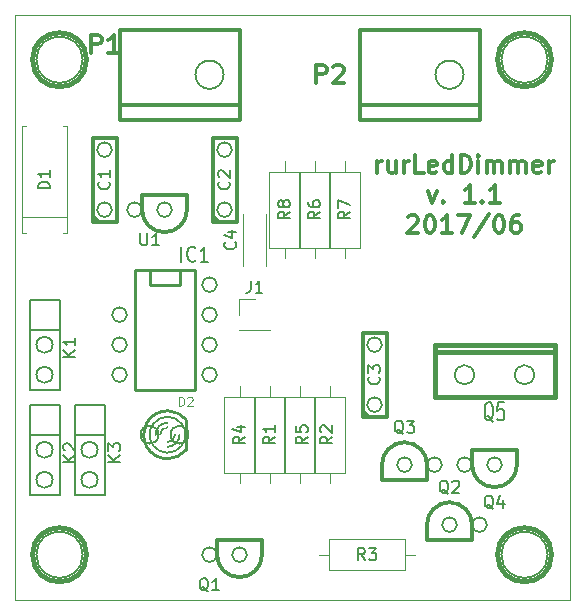
<source format=gto>
G04 #@! TF.FileFunction,Legend,Top*
%FSLAX46Y46*%
G04 Gerber Fmt 4.6, Leading zero omitted, Abs format (unit mm)*
G04 Created by KiCad (PCBNEW 4.0.6) date 06/04/17 20:23:42*
%MOMM*%
%LPD*%
G01*
G04 APERTURE LIST*
%ADD10C,0.150000*%
%ADD11C,0.300000*%
%ADD12C,0.100000*%
%ADD13C,0.152400*%
%ADD14C,0.254000*%
%ADD15C,0.304800*%
%ADD16C,0.381000*%
%ADD17C,0.120000*%
%ADD18C,0.088900*%
%ADD19C,0.203200*%
G04 APERTURE END LIST*
D10*
D11*
X44677144Y-37498571D02*
X44677144Y-36498571D01*
X44677144Y-36784286D02*
X44748572Y-36641429D01*
X44820001Y-36570000D01*
X44962858Y-36498571D01*
X45105715Y-36498571D01*
X46248572Y-36498571D02*
X46248572Y-37498571D01*
X45605715Y-36498571D02*
X45605715Y-37284286D01*
X45677143Y-37427143D01*
X45820001Y-37498571D01*
X46034286Y-37498571D01*
X46177143Y-37427143D01*
X46248572Y-37355714D01*
X46962858Y-37498571D02*
X46962858Y-36498571D01*
X46962858Y-36784286D02*
X47034286Y-36641429D01*
X47105715Y-36570000D01*
X47248572Y-36498571D01*
X47391429Y-36498571D01*
X48605715Y-37498571D02*
X47891429Y-37498571D01*
X47891429Y-35998571D01*
X49677143Y-37427143D02*
X49534286Y-37498571D01*
X49248572Y-37498571D01*
X49105715Y-37427143D01*
X49034286Y-37284286D01*
X49034286Y-36712857D01*
X49105715Y-36570000D01*
X49248572Y-36498571D01*
X49534286Y-36498571D01*
X49677143Y-36570000D01*
X49748572Y-36712857D01*
X49748572Y-36855714D01*
X49034286Y-36998571D01*
X51034286Y-37498571D02*
X51034286Y-35998571D01*
X51034286Y-37427143D02*
X50891429Y-37498571D01*
X50605715Y-37498571D01*
X50462857Y-37427143D01*
X50391429Y-37355714D01*
X50320000Y-37212857D01*
X50320000Y-36784286D01*
X50391429Y-36641429D01*
X50462857Y-36570000D01*
X50605715Y-36498571D01*
X50891429Y-36498571D01*
X51034286Y-36570000D01*
X51748572Y-37498571D02*
X51748572Y-35998571D01*
X52105715Y-35998571D01*
X52320000Y-36070000D01*
X52462858Y-36212857D01*
X52534286Y-36355714D01*
X52605715Y-36641429D01*
X52605715Y-36855714D01*
X52534286Y-37141429D01*
X52462858Y-37284286D01*
X52320000Y-37427143D01*
X52105715Y-37498571D01*
X51748572Y-37498571D01*
X53248572Y-37498571D02*
X53248572Y-36498571D01*
X53248572Y-35998571D02*
X53177143Y-36070000D01*
X53248572Y-36141429D01*
X53320000Y-36070000D01*
X53248572Y-35998571D01*
X53248572Y-36141429D01*
X53962858Y-37498571D02*
X53962858Y-36498571D01*
X53962858Y-36641429D02*
X54034286Y-36570000D01*
X54177144Y-36498571D01*
X54391429Y-36498571D01*
X54534286Y-36570000D01*
X54605715Y-36712857D01*
X54605715Y-37498571D01*
X54605715Y-36712857D02*
X54677144Y-36570000D01*
X54820001Y-36498571D01*
X55034286Y-36498571D01*
X55177144Y-36570000D01*
X55248572Y-36712857D01*
X55248572Y-37498571D01*
X55962858Y-37498571D02*
X55962858Y-36498571D01*
X55962858Y-36641429D02*
X56034286Y-36570000D01*
X56177144Y-36498571D01*
X56391429Y-36498571D01*
X56534286Y-36570000D01*
X56605715Y-36712857D01*
X56605715Y-37498571D01*
X56605715Y-36712857D02*
X56677144Y-36570000D01*
X56820001Y-36498571D01*
X57034286Y-36498571D01*
X57177144Y-36570000D01*
X57248572Y-36712857D01*
X57248572Y-37498571D01*
X58534286Y-37427143D02*
X58391429Y-37498571D01*
X58105715Y-37498571D01*
X57962858Y-37427143D01*
X57891429Y-37284286D01*
X57891429Y-36712857D01*
X57962858Y-36570000D01*
X58105715Y-36498571D01*
X58391429Y-36498571D01*
X58534286Y-36570000D01*
X58605715Y-36712857D01*
X58605715Y-36855714D01*
X57891429Y-36998571D01*
X59248572Y-37498571D02*
X59248572Y-36498571D01*
X59248572Y-36784286D02*
X59320000Y-36641429D01*
X59391429Y-36570000D01*
X59534286Y-36498571D01*
X59677143Y-36498571D01*
X48998572Y-39048571D02*
X49355715Y-40048571D01*
X49712857Y-39048571D01*
X50284286Y-39905714D02*
X50355714Y-39977143D01*
X50284286Y-40048571D01*
X50212857Y-39977143D01*
X50284286Y-39905714D01*
X50284286Y-40048571D01*
X52927143Y-40048571D02*
X52070000Y-40048571D01*
X52498572Y-40048571D02*
X52498572Y-38548571D01*
X52355715Y-38762857D01*
X52212857Y-38905714D01*
X52070000Y-38977143D01*
X53570000Y-39905714D02*
X53641428Y-39977143D01*
X53570000Y-40048571D01*
X53498571Y-39977143D01*
X53570000Y-39905714D01*
X53570000Y-40048571D01*
X55070000Y-40048571D02*
X54212857Y-40048571D01*
X54641429Y-40048571D02*
X54641429Y-38548571D01*
X54498572Y-38762857D01*
X54355714Y-38905714D01*
X54212857Y-38977143D01*
X47284287Y-41241429D02*
X47355716Y-41170000D01*
X47498573Y-41098571D01*
X47855716Y-41098571D01*
X47998573Y-41170000D01*
X48070002Y-41241429D01*
X48141430Y-41384286D01*
X48141430Y-41527143D01*
X48070002Y-41741429D01*
X47212859Y-42598571D01*
X48141430Y-42598571D01*
X49070001Y-41098571D02*
X49212858Y-41098571D01*
X49355715Y-41170000D01*
X49427144Y-41241429D01*
X49498573Y-41384286D01*
X49570001Y-41670000D01*
X49570001Y-42027143D01*
X49498573Y-42312857D01*
X49427144Y-42455714D01*
X49355715Y-42527143D01*
X49212858Y-42598571D01*
X49070001Y-42598571D01*
X48927144Y-42527143D01*
X48855715Y-42455714D01*
X48784287Y-42312857D01*
X48712858Y-42027143D01*
X48712858Y-41670000D01*
X48784287Y-41384286D01*
X48855715Y-41241429D01*
X48927144Y-41170000D01*
X49070001Y-41098571D01*
X50998572Y-42598571D02*
X50141429Y-42598571D01*
X50570001Y-42598571D02*
X50570001Y-41098571D01*
X50427144Y-41312857D01*
X50284286Y-41455714D01*
X50141429Y-41527143D01*
X51498572Y-41098571D02*
X52498572Y-41098571D01*
X51855715Y-42598571D01*
X54141428Y-41027143D02*
X52855714Y-42955714D01*
X54927143Y-41098571D02*
X55070000Y-41098571D01*
X55212857Y-41170000D01*
X55284286Y-41241429D01*
X55355715Y-41384286D01*
X55427143Y-41670000D01*
X55427143Y-42027143D01*
X55355715Y-42312857D01*
X55284286Y-42455714D01*
X55212857Y-42527143D01*
X55070000Y-42598571D01*
X54927143Y-42598571D01*
X54784286Y-42527143D01*
X54712857Y-42455714D01*
X54641429Y-42312857D01*
X54570000Y-42027143D01*
X54570000Y-41670000D01*
X54641429Y-41384286D01*
X54712857Y-41241429D01*
X54784286Y-41170000D01*
X54927143Y-41098571D01*
X56712857Y-41098571D02*
X56427143Y-41098571D01*
X56284286Y-41170000D01*
X56212857Y-41241429D01*
X56070000Y-41455714D01*
X55998571Y-41741429D01*
X55998571Y-42312857D01*
X56070000Y-42455714D01*
X56141428Y-42527143D01*
X56284286Y-42598571D01*
X56570000Y-42598571D01*
X56712857Y-42527143D01*
X56784286Y-42455714D01*
X56855714Y-42312857D01*
X56855714Y-41955714D01*
X56784286Y-41812857D01*
X56712857Y-41741429D01*
X56570000Y-41670000D01*
X56284286Y-41670000D01*
X56141428Y-41741429D01*
X56070000Y-41812857D01*
X55998571Y-41955714D01*
D12*
X60960000Y-24130000D02*
X60960000Y-73660000D01*
X13970000Y-24130000D02*
X13970000Y-73660000D01*
X60960000Y-73660000D02*
X13970000Y-73660000D01*
X13970000Y-24130000D02*
X60960000Y-24130000D01*
D13*
X15240000Y-48260000D02*
X17780000Y-48260000D01*
X17780000Y-48260000D02*
X17780000Y-55880000D01*
X17780000Y-55880000D02*
X15240000Y-55880000D01*
X15240000Y-55880000D02*
X15240000Y-48260000D01*
X17780000Y-50800000D02*
X15240000Y-50800000D01*
D14*
X28498800Y-60960000D02*
X28498800Y-58420000D01*
D13*
X25753136Y-58714473D02*
G75*
G03X25400000Y-59690000I1170864J-975527D01*
G01*
X25401889Y-59690469D02*
G75*
G03X25786080Y-60700920I1522111J469D01*
G01*
X28446147Y-59689966D02*
G75*
G03X28079700Y-58699400I-1522147J-34D01*
G01*
X28094864Y-60665527D02*
G75*
G03X28448000Y-59690000I-1170864J975527D01*
G01*
X28163166Y-58802845D02*
G75*
G03X26924000Y-58166000I-1239166J-887155D01*
G01*
X26923199Y-58166000D02*
G75*
G03X25704800Y-58775600I801J-1524000D01*
G01*
X26924442Y-61212206D02*
G75*
G03X28125420Y-60624720I-442J1522206D01*
G01*
X25721436Y-60626171D02*
G75*
G03X26924000Y-61214000I1202564J936171D01*
G01*
X26924000Y-59055000D02*
G75*
G03X26289000Y-59690000I0J-635000D01*
G01*
X26924000Y-58674000D02*
G75*
G03X25908000Y-59690000I0J-1016000D01*
G01*
X26924000Y-60325000D02*
G75*
G03X27559000Y-59690000I0J635000D01*
G01*
X26924000Y-60706000D02*
G75*
G03X27940000Y-59690000I0J1016000D01*
G01*
D14*
X28482880Y-58386574D02*
G75*
G03X26924000Y-57658000I-1558880J-1303426D01*
G01*
X26923025Y-57660540D02*
G75*
G03X25133300Y-58734960I975J-2029460D01*
G01*
X26926552Y-61719386D02*
G75*
G03X28473400Y-61000640I-2552J2029386D01*
G01*
X25160701Y-60699851D02*
G75*
G03X26924000Y-61722000I1763299J1009851D01*
G01*
X25134870Y-58726653D02*
G75*
G03X24892000Y-59690000I1789130J-963347D01*
G01*
X24893077Y-59690100D02*
G75*
G03X25194260Y-60754260I2030923J100D01*
G01*
D15*
X30734000Y-41656000D02*
X30734000Y-34544000D01*
X30734000Y-34544000D02*
X32766000Y-34544000D01*
X32766000Y-34544000D02*
X32766000Y-41656000D01*
X32766000Y-41656000D02*
X30734000Y-41656000D01*
X31242000Y-41656000D02*
X30734000Y-41148000D01*
X20574000Y-41656000D02*
X20574000Y-34544000D01*
X20574000Y-34544000D02*
X22606000Y-34544000D01*
X22606000Y-34544000D02*
X22606000Y-41656000D01*
X22606000Y-41656000D02*
X20574000Y-41656000D01*
X21082000Y-41656000D02*
X20574000Y-41148000D01*
X33020000Y-31750000D02*
X22860000Y-31750000D01*
X33020000Y-33020000D02*
X33020000Y-25400000D01*
X33020000Y-25400000D02*
X22860000Y-25400000D01*
X22860000Y-25400000D02*
X22860000Y-33020000D01*
X22860000Y-33020000D02*
X33020000Y-33020000D01*
X53340000Y-31750000D02*
X43180000Y-31750000D01*
X53340000Y-33020000D02*
X53340000Y-25400000D01*
X53340000Y-25400000D02*
X43180000Y-25400000D01*
X43180000Y-25400000D02*
X43180000Y-33020000D01*
X43180000Y-33020000D02*
X53340000Y-33020000D01*
D14*
X27940000Y-45720000D02*
X27940000Y-46990000D01*
X27940000Y-46990000D02*
X25400000Y-46990000D01*
X25400000Y-46990000D02*
X25400000Y-45720000D01*
X29210000Y-45720000D02*
X29210000Y-55880000D01*
X29210000Y-55880000D02*
X24130000Y-55880000D01*
X24130000Y-55880000D02*
X24130000Y-45720000D01*
X24130000Y-45720000D02*
X29210000Y-45720000D01*
D15*
X31115000Y-68580000D02*
X31115000Y-69850000D01*
X34925000Y-68580000D02*
X34925000Y-69850000D01*
X31115000Y-69850000D02*
G75*
G03X33020000Y-71755000I1905000J0D01*
G01*
X33020000Y-71755000D02*
G75*
G03X34925000Y-69850000I0J1905000D01*
G01*
X31115000Y-68580000D02*
X34925000Y-68580000D01*
X52705000Y-68580000D02*
X52705000Y-67310000D01*
X48895000Y-68580000D02*
X48895000Y-67310000D01*
X52705000Y-67310000D02*
G75*
G03X50800000Y-65405000I-1905000J0D01*
G01*
X50800000Y-65405000D02*
G75*
G03X48895000Y-67310000I0J-1905000D01*
G01*
X52705000Y-68580000D02*
X48895000Y-68580000D01*
X48895000Y-63500000D02*
X48895000Y-62230000D01*
X45085000Y-63500000D02*
X45085000Y-62230000D01*
X48895000Y-62230000D02*
G75*
G03X46990000Y-60325000I-1905000J0D01*
G01*
X46990000Y-60325000D02*
G75*
G03X45085000Y-62230000I0J-1905000D01*
G01*
X48895000Y-63500000D02*
X45085000Y-63500000D01*
X52705000Y-60960000D02*
X52705000Y-62230000D01*
X56515000Y-60960000D02*
X56515000Y-62230000D01*
X52705000Y-62230000D02*
G75*
G03X54610000Y-64135000I1905000J0D01*
G01*
X54610000Y-64135000D02*
G75*
G03X56515000Y-62230000I0J1905000D01*
G01*
X52705000Y-60960000D02*
X56515000Y-60960000D01*
X24765000Y-39370000D02*
X24765000Y-40640000D01*
X28575000Y-39370000D02*
X28575000Y-40640000D01*
X24765000Y-40640000D02*
G75*
G03X26670000Y-42545000I1905000J0D01*
G01*
X26670000Y-42545000D02*
G75*
G03X28575000Y-40640000I0J1905000D01*
G01*
X24765000Y-39370000D02*
X28575000Y-39370000D01*
D16*
X49530000Y-52705000D02*
X49530000Y-52070000D01*
X49530000Y-52070000D02*
X59690000Y-52070000D01*
X59690000Y-52070000D02*
X59690000Y-52705000D01*
X49530000Y-56515000D02*
X49530000Y-52705000D01*
X49530000Y-52705000D02*
X59690000Y-52705000D01*
X59690000Y-52705000D02*
X59690000Y-56515000D01*
X59690000Y-56515000D02*
X49530000Y-56515000D01*
X20066000Y-69850000D02*
G75*
G03X20066000Y-69850000I-2286000J0D01*
G01*
X59436000Y-69850000D02*
G75*
G03X59436000Y-69850000I-2286000J0D01*
G01*
X59436000Y-27940000D02*
G75*
G03X59436000Y-27940000I-2286000J0D01*
G01*
X20066000Y-27940000D02*
G75*
G03X20066000Y-27940000I-2286000J0D01*
G01*
D15*
X43434000Y-58166000D02*
X43434000Y-51054000D01*
X43434000Y-51054000D02*
X45466000Y-51054000D01*
X45466000Y-51054000D02*
X45466000Y-58166000D01*
X45466000Y-58166000D02*
X43434000Y-58166000D01*
X43942000Y-58166000D02*
X43434000Y-57658000D01*
D13*
X15240000Y-57150000D02*
X17780000Y-57150000D01*
X17780000Y-57150000D02*
X17780000Y-64770000D01*
X17780000Y-64770000D02*
X15240000Y-64770000D01*
X15240000Y-64770000D02*
X15240000Y-57150000D01*
X17780000Y-59690000D02*
X15240000Y-59690000D01*
X19050000Y-57150000D02*
X21590000Y-57150000D01*
X21590000Y-57150000D02*
X21590000Y-64770000D01*
X21590000Y-64770000D02*
X19050000Y-64770000D01*
X19050000Y-64770000D02*
X19050000Y-57150000D01*
X21590000Y-59690000D02*
X19050000Y-59690000D01*
D17*
X33280000Y-45430000D02*
X33280000Y-41010000D01*
X35300000Y-45430000D02*
X35300000Y-41010000D01*
X33280000Y-45430000D02*
X33294000Y-45430000D01*
X35286000Y-45430000D02*
X35300000Y-45430000D01*
X33280000Y-41010000D02*
X33294000Y-41010000D01*
X35286000Y-41010000D02*
X35300000Y-41010000D01*
X32960000Y-50800000D02*
X32960000Y-50860000D01*
X32960000Y-50860000D02*
X35620000Y-50860000D01*
X35620000Y-50860000D02*
X35620000Y-50800000D01*
X35620000Y-50800000D02*
X32960000Y-50800000D01*
X32960000Y-49530000D02*
X32960000Y-48200000D01*
X32960000Y-48200000D02*
X34290000Y-48200000D01*
X35520000Y-43850000D02*
X38140000Y-43850000D01*
X38140000Y-43850000D02*
X38140000Y-37430000D01*
X38140000Y-37430000D02*
X35520000Y-37430000D01*
X35520000Y-37430000D02*
X35520000Y-43850000D01*
X36830000Y-44740000D02*
X36830000Y-43850000D01*
X36830000Y-36540000D02*
X36830000Y-37430000D01*
X14930000Y-42610000D02*
X14600000Y-42610000D01*
X14600000Y-42610000D02*
X14600000Y-33590000D01*
X14600000Y-33590000D02*
X14930000Y-33590000D01*
X18090000Y-42610000D02*
X18420000Y-42610000D01*
X18420000Y-42610000D02*
X18420000Y-33590000D01*
X18420000Y-33590000D02*
X18090000Y-33590000D01*
X14600000Y-41215000D02*
X18420000Y-41215000D01*
X38060000Y-43850000D02*
X40680000Y-43850000D01*
X40680000Y-43850000D02*
X40680000Y-37430000D01*
X40680000Y-37430000D02*
X38060000Y-37430000D01*
X38060000Y-37430000D02*
X38060000Y-43850000D01*
X39370000Y-44740000D02*
X39370000Y-43850000D01*
X39370000Y-36540000D02*
X39370000Y-37430000D01*
X43220000Y-37430000D02*
X40600000Y-37430000D01*
X40600000Y-37430000D02*
X40600000Y-43850000D01*
X40600000Y-43850000D02*
X43220000Y-43850000D01*
X43220000Y-43850000D02*
X43220000Y-37430000D01*
X41910000Y-36540000D02*
X41910000Y-37430000D01*
X41910000Y-44740000D02*
X41910000Y-43850000D01*
X34330000Y-56480000D02*
X31710000Y-56480000D01*
X31710000Y-56480000D02*
X31710000Y-62900000D01*
X31710000Y-62900000D02*
X34330000Y-62900000D01*
X34330000Y-62900000D02*
X34330000Y-56480000D01*
X33020000Y-55590000D02*
X33020000Y-56480000D01*
X33020000Y-63790000D02*
X33020000Y-62900000D01*
X40605000Y-68540000D02*
X40605000Y-71160000D01*
X40605000Y-71160000D02*
X47025000Y-71160000D01*
X47025000Y-71160000D02*
X47025000Y-68540000D01*
X47025000Y-68540000D02*
X40605000Y-68540000D01*
X39715000Y-69850000D02*
X40605000Y-69850000D01*
X47915000Y-69850000D02*
X47025000Y-69850000D01*
X36870000Y-56480000D02*
X34250000Y-56480000D01*
X34250000Y-56480000D02*
X34250000Y-62900000D01*
X34250000Y-62900000D02*
X36870000Y-62900000D01*
X36870000Y-62900000D02*
X36870000Y-56480000D01*
X35560000Y-55590000D02*
X35560000Y-56480000D01*
X35560000Y-63790000D02*
X35560000Y-62900000D01*
X39410000Y-56480000D02*
X36790000Y-56480000D01*
X36790000Y-56480000D02*
X36790000Y-62900000D01*
X36790000Y-62900000D02*
X39410000Y-62900000D01*
X39410000Y-62900000D02*
X39410000Y-56480000D01*
X38100000Y-55590000D02*
X38100000Y-56480000D01*
X38100000Y-63790000D02*
X38100000Y-62900000D01*
X39330000Y-62900000D02*
X41950000Y-62900000D01*
X41950000Y-62900000D02*
X41950000Y-56480000D01*
X41950000Y-56480000D02*
X39330000Y-56480000D01*
X39330000Y-56480000D02*
X39330000Y-62900000D01*
X40640000Y-63790000D02*
X40640000Y-62900000D01*
X40640000Y-55590000D02*
X40640000Y-56480000D01*
D10*
X17197000Y-52070000D02*
G75*
G03X17197000Y-52070000I-687000J0D01*
G01*
X17197000Y-54610000D02*
G75*
G03X17197000Y-54610000I-687000J0D01*
G01*
X26163200Y-59690000D02*
G75*
G03X26163200Y-59690000I-763200J0D01*
G01*
X28703200Y-59690000D02*
G75*
G03X28703200Y-59690000I-763200J0D01*
G01*
X32373500Y-40640000D02*
G75*
G03X32373500Y-40640000I-623500J0D01*
G01*
X32373500Y-35560000D02*
G75*
G03X32373500Y-35560000I-623500J0D01*
G01*
X22213500Y-40640000D02*
G75*
G03X22213500Y-40640000I-623500J0D01*
G01*
X22213500Y-35560000D02*
G75*
G03X22213500Y-35560000I-623500J0D01*
G01*
X31675000Y-29210000D02*
G75*
G03X31675000Y-29210000I-1195000J0D01*
G01*
X51995000Y-29210000D02*
G75*
G03X51995000Y-29210000I-1195000J0D01*
G01*
X23483500Y-49530000D02*
G75*
G03X23483500Y-49530000I-623500J0D01*
G01*
X23483500Y-52070000D02*
G75*
G03X23483500Y-52070000I-623500J0D01*
G01*
X23483500Y-54610000D02*
G75*
G03X23483500Y-54610000I-623500J0D01*
G01*
X31103500Y-54610000D02*
G75*
G03X31103500Y-54610000I-623500J0D01*
G01*
X31103500Y-52070000D02*
G75*
G03X31103500Y-52070000I-623500J0D01*
G01*
X31103500Y-49530000D02*
G75*
G03X31103500Y-49530000I-623500J0D01*
G01*
X31103500Y-46990000D02*
G75*
G03X31103500Y-46990000I-623500J0D01*
G01*
X33643500Y-69850000D02*
G75*
G03X33643500Y-69850000I-623500J0D01*
G01*
X31103500Y-69850000D02*
G75*
G03X31103500Y-69850000I-623500J0D01*
G01*
X51423500Y-67310000D02*
G75*
G03X51423500Y-67310000I-623500J0D01*
G01*
X53963500Y-67310000D02*
G75*
G03X53963500Y-67310000I-623500J0D01*
G01*
X47613500Y-62230000D02*
G75*
G03X47613500Y-62230000I-623500J0D01*
G01*
X50153500Y-62230000D02*
G75*
G03X50153500Y-62230000I-623500J0D01*
G01*
X55233500Y-62230000D02*
G75*
G03X55233500Y-62230000I-623500J0D01*
G01*
X52693500Y-62230000D02*
G75*
G03X52693500Y-62230000I-623500J0D01*
G01*
X27293500Y-40640000D02*
G75*
G03X27293500Y-40640000I-623500J0D01*
G01*
X24753500Y-40640000D02*
G75*
G03X24753500Y-40640000I-623500J0D01*
G01*
X52884000Y-54610000D02*
G75*
G03X52884000Y-54610000I-814000J0D01*
G01*
X57964000Y-54610000D02*
G75*
G03X57964000Y-54610000I-814000J0D01*
G01*
X19737000Y-69850000D02*
G75*
G03X19737000Y-69850000I-1957000J0D01*
G01*
X59107000Y-69850000D02*
G75*
G03X59107000Y-69850000I-1957000J0D01*
G01*
X59107000Y-27940000D02*
G75*
G03X59107000Y-27940000I-1957000J0D01*
G01*
X19737000Y-27940000D02*
G75*
G03X19737000Y-27940000I-1957000J0D01*
G01*
X45073500Y-57150000D02*
G75*
G03X45073500Y-57150000I-623500J0D01*
G01*
X45073500Y-52070000D02*
G75*
G03X45073500Y-52070000I-623500J0D01*
G01*
X17197000Y-60960000D02*
G75*
G03X17197000Y-60960000I-687000J0D01*
G01*
X17197000Y-63500000D02*
G75*
G03X17197000Y-63500000I-687000J0D01*
G01*
X21007000Y-60960000D02*
G75*
G03X21007000Y-60960000I-687000J0D01*
G01*
X21007000Y-63500000D02*
G75*
G03X21007000Y-63500000I-687000J0D01*
G01*
D13*
X19128619Y-53073904D02*
X18112619Y-53073904D01*
X19128619Y-52493333D02*
X18548048Y-52928761D01*
X18112619Y-52493333D02*
X18693190Y-53073904D01*
X19128619Y-51525714D02*
X19128619Y-52106285D01*
X19128619Y-51815999D02*
X18112619Y-51815999D01*
X18257762Y-51912761D01*
X18354524Y-52009523D01*
X18402905Y-52106285D01*
D18*
X27885572Y-57240714D02*
X27885572Y-56478714D01*
X28067000Y-56478714D01*
X28175857Y-56515000D01*
X28248429Y-56587571D01*
X28284714Y-56660143D01*
X28321000Y-56805286D01*
X28321000Y-56914143D01*
X28284714Y-57059286D01*
X28248429Y-57131857D01*
X28175857Y-57204429D01*
X28067000Y-57240714D01*
X27885572Y-57240714D01*
X28611286Y-56551286D02*
X28647572Y-56515000D01*
X28720143Y-56478714D01*
X28901572Y-56478714D01*
X28974143Y-56515000D01*
X29010429Y-56551286D01*
X29046714Y-56623857D01*
X29046714Y-56696429D01*
X29010429Y-56805286D01*
X28575000Y-57240714D01*
X29046714Y-57240714D01*
D19*
X32112857Y-38269333D02*
X32161238Y-38317714D01*
X32209619Y-38462857D01*
X32209619Y-38559619D01*
X32161238Y-38704761D01*
X32064476Y-38801523D01*
X31967714Y-38849904D01*
X31774190Y-38898285D01*
X31629048Y-38898285D01*
X31435524Y-38849904D01*
X31338762Y-38801523D01*
X31242000Y-38704761D01*
X31193619Y-38559619D01*
X31193619Y-38462857D01*
X31242000Y-38317714D01*
X31290381Y-38269333D01*
X31290381Y-37882285D02*
X31242000Y-37833904D01*
X31193619Y-37737142D01*
X31193619Y-37495238D01*
X31242000Y-37398476D01*
X31290381Y-37350095D01*
X31387143Y-37301714D01*
X31483905Y-37301714D01*
X31629048Y-37350095D01*
X32209619Y-37930666D01*
X32209619Y-37301714D01*
X21952857Y-38269333D02*
X22001238Y-38317714D01*
X22049619Y-38462857D01*
X22049619Y-38559619D01*
X22001238Y-38704761D01*
X21904476Y-38801523D01*
X21807714Y-38849904D01*
X21614190Y-38898285D01*
X21469048Y-38898285D01*
X21275524Y-38849904D01*
X21178762Y-38801523D01*
X21082000Y-38704761D01*
X21033619Y-38559619D01*
X21033619Y-38462857D01*
X21082000Y-38317714D01*
X21130381Y-38269333D01*
X22049619Y-37301714D02*
X22049619Y-37882285D01*
X22049619Y-37591999D02*
X21033619Y-37591999D01*
X21178762Y-37688761D01*
X21275524Y-37785523D01*
X21323905Y-37882285D01*
D15*
X20465143Y-27359429D02*
X20465143Y-25835429D01*
X21045715Y-25835429D01*
X21190857Y-25908000D01*
X21263429Y-25980571D01*
X21336000Y-26125714D01*
X21336000Y-26343429D01*
X21263429Y-26488571D01*
X21190857Y-26561143D01*
X21045715Y-26633714D01*
X20465143Y-26633714D01*
X22787429Y-27359429D02*
X21916572Y-27359429D01*
X22352000Y-27359429D02*
X22352000Y-25835429D01*
X22206857Y-26053143D01*
X22061715Y-26198286D01*
X21916572Y-26270857D01*
X39515143Y-29899429D02*
X39515143Y-28375429D01*
X40095715Y-28375429D01*
X40240857Y-28448000D01*
X40313429Y-28520571D01*
X40386000Y-28665714D01*
X40386000Y-28883429D01*
X40313429Y-29028571D01*
X40240857Y-29101143D01*
X40095715Y-29173714D01*
X39515143Y-29173714D01*
X40966572Y-28520571D02*
X41039143Y-28448000D01*
X41184286Y-28375429D01*
X41547143Y-28375429D01*
X41692286Y-28448000D01*
X41764857Y-28520571D01*
X41837429Y-28665714D01*
X41837429Y-28810857D01*
X41764857Y-29028571D01*
X40894000Y-29899429D01*
X41837429Y-29899429D01*
D19*
X28094215Y-45024524D02*
X28094215Y-43754524D01*
X29291644Y-44903571D02*
X29237215Y-44964048D01*
X29073929Y-45024524D01*
X28965072Y-45024524D01*
X28801787Y-44964048D01*
X28692929Y-44843095D01*
X28638501Y-44722143D01*
X28584072Y-44480238D01*
X28584072Y-44298810D01*
X28638501Y-44056905D01*
X28692929Y-43935952D01*
X28801787Y-43815000D01*
X28965072Y-43754524D01*
X29073929Y-43754524D01*
X29237215Y-43815000D01*
X29291644Y-43875476D01*
X30380215Y-45024524D02*
X29727072Y-45024524D01*
X30053644Y-45024524D02*
X30053644Y-43754524D01*
X29944787Y-43935952D01*
X29835929Y-44056905D01*
X29727072Y-44117381D01*
X30383238Y-72946381D02*
X30286476Y-72898000D01*
X30189714Y-72801238D01*
X30044571Y-72656095D01*
X29947810Y-72607714D01*
X29851048Y-72607714D01*
X29899429Y-72849619D02*
X29802667Y-72801238D01*
X29705905Y-72704476D01*
X29657524Y-72510952D01*
X29657524Y-72172286D01*
X29705905Y-71978762D01*
X29802667Y-71882000D01*
X29899429Y-71833619D01*
X30092952Y-71833619D01*
X30189714Y-71882000D01*
X30286476Y-71978762D01*
X30334857Y-72172286D01*
X30334857Y-72510952D01*
X30286476Y-72704476D01*
X30189714Y-72801238D01*
X30092952Y-72849619D01*
X29899429Y-72849619D01*
X31302476Y-72849619D02*
X30721905Y-72849619D01*
X31012191Y-72849619D02*
X31012191Y-71833619D01*
X30915429Y-71978762D01*
X30818667Y-72075524D01*
X30721905Y-72123905D01*
X50703238Y-64691381D02*
X50606476Y-64643000D01*
X50509714Y-64546238D01*
X50364571Y-64401095D01*
X50267810Y-64352714D01*
X50171048Y-64352714D01*
X50219429Y-64594619D02*
X50122667Y-64546238D01*
X50025905Y-64449476D01*
X49977524Y-64255952D01*
X49977524Y-63917286D01*
X50025905Y-63723762D01*
X50122667Y-63627000D01*
X50219429Y-63578619D01*
X50412952Y-63578619D01*
X50509714Y-63627000D01*
X50606476Y-63723762D01*
X50654857Y-63917286D01*
X50654857Y-64255952D01*
X50606476Y-64449476D01*
X50509714Y-64546238D01*
X50412952Y-64594619D01*
X50219429Y-64594619D01*
X51041905Y-63675381D02*
X51090286Y-63627000D01*
X51187048Y-63578619D01*
X51428952Y-63578619D01*
X51525714Y-63627000D01*
X51574095Y-63675381D01*
X51622476Y-63772143D01*
X51622476Y-63868905D01*
X51574095Y-64014048D01*
X50993524Y-64594619D01*
X51622476Y-64594619D01*
X46893238Y-59611381D02*
X46796476Y-59563000D01*
X46699714Y-59466238D01*
X46554571Y-59321095D01*
X46457810Y-59272714D01*
X46361048Y-59272714D01*
X46409429Y-59514619D02*
X46312667Y-59466238D01*
X46215905Y-59369476D01*
X46167524Y-59175952D01*
X46167524Y-58837286D01*
X46215905Y-58643762D01*
X46312667Y-58547000D01*
X46409429Y-58498619D01*
X46602952Y-58498619D01*
X46699714Y-58547000D01*
X46796476Y-58643762D01*
X46844857Y-58837286D01*
X46844857Y-59175952D01*
X46796476Y-59369476D01*
X46699714Y-59466238D01*
X46602952Y-59514619D01*
X46409429Y-59514619D01*
X47183524Y-58498619D02*
X47812476Y-58498619D01*
X47473810Y-58885667D01*
X47618952Y-58885667D01*
X47715714Y-58934048D01*
X47764095Y-58982429D01*
X47812476Y-59079190D01*
X47812476Y-59321095D01*
X47764095Y-59417857D01*
X47715714Y-59466238D01*
X47618952Y-59514619D01*
X47328667Y-59514619D01*
X47231905Y-59466238D01*
X47183524Y-59417857D01*
X54513238Y-65961381D02*
X54416476Y-65913000D01*
X54319714Y-65816238D01*
X54174571Y-65671095D01*
X54077810Y-65622714D01*
X53981048Y-65622714D01*
X54029429Y-65864619D02*
X53932667Y-65816238D01*
X53835905Y-65719476D01*
X53787524Y-65525952D01*
X53787524Y-65187286D01*
X53835905Y-64993762D01*
X53932667Y-64897000D01*
X54029429Y-64848619D01*
X54222952Y-64848619D01*
X54319714Y-64897000D01*
X54416476Y-64993762D01*
X54464857Y-65187286D01*
X54464857Y-65525952D01*
X54416476Y-65719476D01*
X54319714Y-65816238D01*
X54222952Y-65864619D01*
X54029429Y-65864619D01*
X55335714Y-65187286D02*
X55335714Y-65864619D01*
X55093810Y-64800238D02*
X54851905Y-65525952D01*
X55480857Y-65525952D01*
X24625905Y-42623619D02*
X24625905Y-43446095D01*
X24674286Y-43542857D01*
X24722667Y-43591238D01*
X24819429Y-43639619D01*
X25012952Y-43639619D01*
X25109714Y-43591238D01*
X25158095Y-43542857D01*
X25206476Y-43446095D01*
X25206476Y-42623619D01*
X26222476Y-43639619D02*
X25641905Y-43639619D01*
X25932191Y-43639619D02*
X25932191Y-42623619D01*
X25835429Y-42768762D01*
X25738667Y-42865524D01*
X25641905Y-42913905D01*
X54513238Y-58619571D02*
X54416476Y-58547000D01*
X54319714Y-58401857D01*
X54174571Y-58184143D01*
X54077810Y-58111571D01*
X53981048Y-58111571D01*
X54029429Y-58474429D02*
X53932667Y-58401857D01*
X53835905Y-58256714D01*
X53787524Y-57966429D01*
X53787524Y-57458429D01*
X53835905Y-57168143D01*
X53932667Y-57023000D01*
X54029429Y-56950429D01*
X54222952Y-56950429D01*
X54319714Y-57023000D01*
X54416476Y-57168143D01*
X54464857Y-57458429D01*
X54464857Y-57966429D01*
X54416476Y-58256714D01*
X54319714Y-58401857D01*
X54222952Y-58474429D01*
X54029429Y-58474429D01*
X55384095Y-56950429D02*
X54900286Y-56950429D01*
X54851905Y-57676143D01*
X54900286Y-57603571D01*
X54997048Y-57531000D01*
X55238952Y-57531000D01*
X55335714Y-57603571D01*
X55384095Y-57676143D01*
X55432476Y-57821286D01*
X55432476Y-58184143D01*
X55384095Y-58329286D01*
X55335714Y-58401857D01*
X55238952Y-58474429D01*
X54997048Y-58474429D01*
X54900286Y-58401857D01*
X54851905Y-58329286D01*
X44812857Y-54779333D02*
X44861238Y-54827714D01*
X44909619Y-54972857D01*
X44909619Y-55069619D01*
X44861238Y-55214761D01*
X44764476Y-55311523D01*
X44667714Y-55359904D01*
X44474190Y-55408285D01*
X44329048Y-55408285D01*
X44135524Y-55359904D01*
X44038762Y-55311523D01*
X43942000Y-55214761D01*
X43893619Y-55069619D01*
X43893619Y-54972857D01*
X43942000Y-54827714D01*
X43990381Y-54779333D01*
X43893619Y-54440666D02*
X43893619Y-53811714D01*
X44280667Y-54150380D01*
X44280667Y-54005238D01*
X44329048Y-53908476D01*
X44377429Y-53860095D01*
X44474190Y-53811714D01*
X44716095Y-53811714D01*
X44812857Y-53860095D01*
X44861238Y-53908476D01*
X44909619Y-54005238D01*
X44909619Y-54295523D01*
X44861238Y-54392285D01*
X44812857Y-54440666D01*
D13*
X19128619Y-61963904D02*
X18112619Y-61963904D01*
X19128619Y-61383333D02*
X18548048Y-61818761D01*
X18112619Y-61383333D02*
X18693190Y-61963904D01*
X18209381Y-60996285D02*
X18161000Y-60947904D01*
X18112619Y-60851142D01*
X18112619Y-60609238D01*
X18161000Y-60512476D01*
X18209381Y-60464095D01*
X18306143Y-60415714D01*
X18402905Y-60415714D01*
X18548048Y-60464095D01*
X19128619Y-61044666D01*
X19128619Y-60415714D01*
X22938619Y-61963904D02*
X21922619Y-61963904D01*
X22938619Y-61383333D02*
X22358048Y-61818761D01*
X21922619Y-61383333D02*
X22503190Y-61963904D01*
X21922619Y-61044666D02*
X21922619Y-60415714D01*
X22309667Y-60754380D01*
X22309667Y-60609238D01*
X22358048Y-60512476D01*
X22406429Y-60464095D01*
X22503190Y-60415714D01*
X22745095Y-60415714D01*
X22841857Y-60464095D01*
X22890238Y-60512476D01*
X22938619Y-60609238D01*
X22938619Y-60899523D01*
X22890238Y-60996285D01*
X22841857Y-61044666D01*
D10*
X32637143Y-43386666D02*
X32684762Y-43434285D01*
X32732381Y-43577142D01*
X32732381Y-43672380D01*
X32684762Y-43815238D01*
X32589524Y-43910476D01*
X32494286Y-43958095D01*
X32303810Y-44005714D01*
X32160952Y-44005714D01*
X31970476Y-43958095D01*
X31875238Y-43910476D01*
X31780000Y-43815238D01*
X31732381Y-43672380D01*
X31732381Y-43577142D01*
X31780000Y-43434285D01*
X31827619Y-43386666D01*
X32065714Y-42529523D02*
X32732381Y-42529523D01*
X31684762Y-42767619D02*
X32399048Y-43005714D01*
X32399048Y-42386666D01*
X33956667Y-46652381D02*
X33956667Y-47366667D01*
X33909047Y-47509524D01*
X33813809Y-47604762D01*
X33670952Y-47652381D01*
X33575714Y-47652381D01*
X34956667Y-47652381D02*
X34385238Y-47652381D01*
X34670952Y-47652381D02*
X34670952Y-46652381D01*
X34575714Y-46795238D01*
X34480476Y-46890476D01*
X34385238Y-46938095D01*
X37282381Y-40806666D02*
X36806190Y-41140000D01*
X37282381Y-41378095D02*
X36282381Y-41378095D01*
X36282381Y-40997142D01*
X36330000Y-40901904D01*
X36377619Y-40854285D01*
X36472857Y-40806666D01*
X36615714Y-40806666D01*
X36710952Y-40854285D01*
X36758571Y-40901904D01*
X36806190Y-40997142D01*
X36806190Y-41378095D01*
X36710952Y-40235238D02*
X36663333Y-40330476D01*
X36615714Y-40378095D01*
X36520476Y-40425714D01*
X36472857Y-40425714D01*
X36377619Y-40378095D01*
X36330000Y-40330476D01*
X36282381Y-40235238D01*
X36282381Y-40044761D01*
X36330000Y-39949523D01*
X36377619Y-39901904D01*
X36472857Y-39854285D01*
X36520476Y-39854285D01*
X36615714Y-39901904D01*
X36663333Y-39949523D01*
X36710952Y-40044761D01*
X36710952Y-40235238D01*
X36758571Y-40330476D01*
X36806190Y-40378095D01*
X36901429Y-40425714D01*
X37091905Y-40425714D01*
X37187143Y-40378095D01*
X37234762Y-40330476D01*
X37282381Y-40235238D01*
X37282381Y-40044761D01*
X37234762Y-39949523D01*
X37187143Y-39901904D01*
X37091905Y-39854285D01*
X36901429Y-39854285D01*
X36806190Y-39901904D01*
X36758571Y-39949523D01*
X36710952Y-40044761D01*
X16962381Y-38838095D02*
X15962381Y-38838095D01*
X15962381Y-38600000D01*
X16010000Y-38457142D01*
X16105238Y-38361904D01*
X16200476Y-38314285D01*
X16390952Y-38266666D01*
X16533810Y-38266666D01*
X16724286Y-38314285D01*
X16819524Y-38361904D01*
X16914762Y-38457142D01*
X16962381Y-38600000D01*
X16962381Y-38838095D01*
X16962381Y-37314285D02*
X16962381Y-37885714D01*
X16962381Y-37600000D02*
X15962381Y-37600000D01*
X16105238Y-37695238D01*
X16200476Y-37790476D01*
X16248095Y-37885714D01*
X39822381Y-40806666D02*
X39346190Y-41140000D01*
X39822381Y-41378095D02*
X38822381Y-41378095D01*
X38822381Y-40997142D01*
X38870000Y-40901904D01*
X38917619Y-40854285D01*
X39012857Y-40806666D01*
X39155714Y-40806666D01*
X39250952Y-40854285D01*
X39298571Y-40901904D01*
X39346190Y-40997142D01*
X39346190Y-41378095D01*
X38822381Y-39949523D02*
X38822381Y-40140000D01*
X38870000Y-40235238D01*
X38917619Y-40282857D01*
X39060476Y-40378095D01*
X39250952Y-40425714D01*
X39631905Y-40425714D01*
X39727143Y-40378095D01*
X39774762Y-40330476D01*
X39822381Y-40235238D01*
X39822381Y-40044761D01*
X39774762Y-39949523D01*
X39727143Y-39901904D01*
X39631905Y-39854285D01*
X39393810Y-39854285D01*
X39298571Y-39901904D01*
X39250952Y-39949523D01*
X39203333Y-40044761D01*
X39203333Y-40235238D01*
X39250952Y-40330476D01*
X39298571Y-40378095D01*
X39393810Y-40425714D01*
X42362381Y-40806666D02*
X41886190Y-41140000D01*
X42362381Y-41378095D02*
X41362381Y-41378095D01*
X41362381Y-40997142D01*
X41410000Y-40901904D01*
X41457619Y-40854285D01*
X41552857Y-40806666D01*
X41695714Y-40806666D01*
X41790952Y-40854285D01*
X41838571Y-40901904D01*
X41886190Y-40997142D01*
X41886190Y-41378095D01*
X41362381Y-40473333D02*
X41362381Y-39806666D01*
X42362381Y-40235238D01*
X33472381Y-59856666D02*
X32996190Y-60190000D01*
X33472381Y-60428095D02*
X32472381Y-60428095D01*
X32472381Y-60047142D01*
X32520000Y-59951904D01*
X32567619Y-59904285D01*
X32662857Y-59856666D01*
X32805714Y-59856666D01*
X32900952Y-59904285D01*
X32948571Y-59951904D01*
X32996190Y-60047142D01*
X32996190Y-60428095D01*
X32805714Y-58999523D02*
X33472381Y-58999523D01*
X32424762Y-59237619D02*
X33139048Y-59475714D01*
X33139048Y-58856666D01*
X43648334Y-70302381D02*
X43315000Y-69826190D01*
X43076905Y-70302381D02*
X43076905Y-69302381D01*
X43457858Y-69302381D01*
X43553096Y-69350000D01*
X43600715Y-69397619D01*
X43648334Y-69492857D01*
X43648334Y-69635714D01*
X43600715Y-69730952D01*
X43553096Y-69778571D01*
X43457858Y-69826190D01*
X43076905Y-69826190D01*
X43981667Y-69302381D02*
X44600715Y-69302381D01*
X44267381Y-69683333D01*
X44410239Y-69683333D01*
X44505477Y-69730952D01*
X44553096Y-69778571D01*
X44600715Y-69873810D01*
X44600715Y-70111905D01*
X44553096Y-70207143D01*
X44505477Y-70254762D01*
X44410239Y-70302381D01*
X44124524Y-70302381D01*
X44029286Y-70254762D01*
X43981667Y-70207143D01*
X36012381Y-59856666D02*
X35536190Y-60190000D01*
X36012381Y-60428095D02*
X35012381Y-60428095D01*
X35012381Y-60047142D01*
X35060000Y-59951904D01*
X35107619Y-59904285D01*
X35202857Y-59856666D01*
X35345714Y-59856666D01*
X35440952Y-59904285D01*
X35488571Y-59951904D01*
X35536190Y-60047142D01*
X35536190Y-60428095D01*
X36012381Y-58904285D02*
X36012381Y-59475714D01*
X36012381Y-59190000D02*
X35012381Y-59190000D01*
X35155238Y-59285238D01*
X35250476Y-59380476D01*
X35298095Y-59475714D01*
X40862381Y-59856666D02*
X40386190Y-60190000D01*
X40862381Y-60428095D02*
X39862381Y-60428095D01*
X39862381Y-60047142D01*
X39910000Y-59951904D01*
X39957619Y-59904285D01*
X40052857Y-59856666D01*
X40195714Y-59856666D01*
X40290952Y-59904285D01*
X40338571Y-59951904D01*
X40386190Y-60047142D01*
X40386190Y-60428095D01*
X39957619Y-59475714D02*
X39910000Y-59428095D01*
X39862381Y-59332857D01*
X39862381Y-59094761D01*
X39910000Y-58999523D01*
X39957619Y-58951904D01*
X40052857Y-58904285D01*
X40148095Y-58904285D01*
X40290952Y-58951904D01*
X40862381Y-59523333D01*
X40862381Y-58904285D01*
X38782381Y-59856666D02*
X38306190Y-60190000D01*
X38782381Y-60428095D02*
X37782381Y-60428095D01*
X37782381Y-60047142D01*
X37830000Y-59951904D01*
X37877619Y-59904285D01*
X37972857Y-59856666D01*
X38115714Y-59856666D01*
X38210952Y-59904285D01*
X38258571Y-59951904D01*
X38306190Y-60047142D01*
X38306190Y-60428095D01*
X37782381Y-58951904D02*
X37782381Y-59428095D01*
X38258571Y-59475714D01*
X38210952Y-59428095D01*
X38163333Y-59332857D01*
X38163333Y-59094761D01*
X38210952Y-58999523D01*
X38258571Y-58951904D01*
X38353810Y-58904285D01*
X38591905Y-58904285D01*
X38687143Y-58951904D01*
X38734762Y-58999523D01*
X38782381Y-59094761D01*
X38782381Y-59332857D01*
X38734762Y-59428095D01*
X38687143Y-59475714D01*
M02*

</source>
